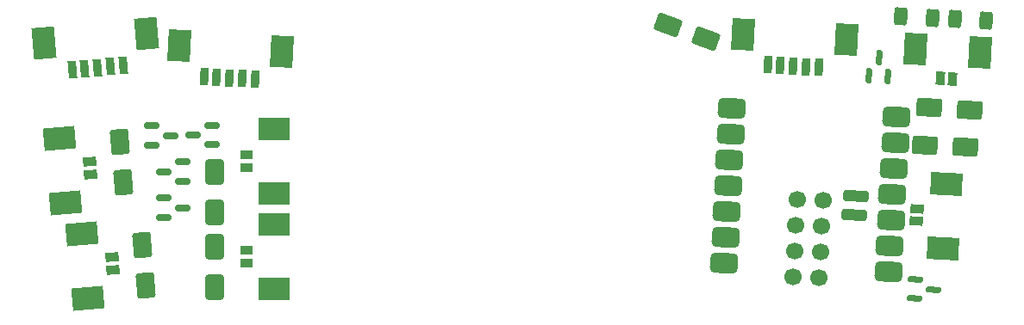
<source format=gbr>
%TF.GenerationSoftware,KiCad,Pcbnew,9.0.1*%
%TF.CreationDate,2025-06-09T02:25:26-04:00*%
%TF.ProjectId,Pneumatactors_1Xiao_3PiezoPumps_6Valves_Curved,506e6575-6d61-4746-9163-746f72735f31,rev?*%
%TF.SameCoordinates,Original*%
%TF.FileFunction,Paste,Top*%
%TF.FilePolarity,Positive*%
%FSLAX46Y46*%
G04 Gerber Fmt 4.6, Leading zero omitted, Abs format (unit mm)*
G04 Created by KiCad (PCBNEW 9.0.1) date 2025-06-09 02:25:26*
%MOMM*%
%LPD*%
G01*
G04 APERTURE LIST*
G04 Aperture macros list*
%AMRoundRect*
0 Rectangle with rounded corners*
0 $1 Rounding radius*
0 $2 $3 $4 $5 $6 $7 $8 $9 X,Y pos of 4 corners*
0 Add a 4 corners polygon primitive as box body*
4,1,4,$2,$3,$4,$5,$6,$7,$8,$9,$2,$3,0*
0 Add four circle primitives for the rounded corners*
1,1,$1+$1,$2,$3*
1,1,$1+$1,$4,$5*
1,1,$1+$1,$6,$7*
1,1,$1+$1,$8,$9*
0 Add four rect primitives between the rounded corners*
20,1,$1+$1,$2,$3,$4,$5,0*
20,1,$1+$1,$4,$5,$6,$7,0*
20,1,$1+$1,$6,$7,$8,$9,0*
20,1,$1+$1,$8,$9,$2,$3,0*%
%AMRotRect*
0 Rectangle, with rotation*
0 The origin of the aperture is its center*
0 $1 length*
0 $2 width*
0 $3 Rotation angle, in degrees counterclockwise*
0 Add horizontal line*
21,1,$1,$2,0,0,$3*%
G04 Aperture macros list end*
%ADD10RoundRect,0.150000X-0.594545X-0.119047X0.578844X-0.180542X0.594545X0.119047X-0.578844X0.180542X0*%
%ADD11RoundRect,0.250000X-0.734682X0.939543X-0.560371X-1.052846X0.734682X-0.939543X0.560371X1.052846X0*%
%ADD12R,1.295400X0.889000*%
%ADD13R,3.098800X2.209800*%
%ADD14RoundRect,0.250000X-0.432162X-0.603209X0.366742X-0.645078X0.432162X0.603209X-0.366742X0.645078X0*%
%ADD15RoundRect,0.500000X0.899969X0.453521X-0.847633X0.545109X-0.899969X-0.453521X0.847633X-0.545109X0*%
%ADD16RoundRect,0.275000X-0.988056X-0.223596X0.959271X-0.325651X0.988056X0.223596X-0.959271X0.325651X0*%
%ADD17C,1.700000*%
%ADD18RoundRect,0.250000X1.162006X0.268780X-0.717380X0.952820X-1.162006X-0.268780X0.717380X-0.952820X0*%
%ADD19RoundRect,0.150000X-0.587500X-0.150000X0.587500X-0.150000X0.587500X0.150000X-0.587500X0.150000X0*%
%ADD20RoundRect,0.250000X1.032648X0.596773X-0.964611X0.701445X-1.032648X-0.596773X0.964611X-0.701445X0*%
%ADD21RotRect,0.812800X1.701800X357.000000*%
%ADD22RotRect,2.209800X3.098800X357.000000*%
%ADD23RotRect,0.889000X1.295400X95.000000*%
%ADD24RotRect,2.209800X3.098800X95.000000*%
%ADD25RoundRect,0.150000X0.587500X0.150000X-0.587500X0.150000X-0.587500X-0.150000X0.587500X-0.150000X0*%
%ADD26RotRect,0.889000X1.295400X357.000000*%
%ADD27RoundRect,0.150000X0.119047X-0.594545X0.180542X0.578844X-0.119047X0.594545X-0.180542X-0.578844X0*%
%ADD28RotRect,0.812800X1.701800X5.000000*%
%ADD29RotRect,2.209800X3.098800X5.000000*%
%ADD30RoundRect,0.250000X0.734682X-0.939543X0.560371X1.052846X-0.734682X0.939543X-0.560371X-1.052846X0*%
%ADD31RoundRect,0.250000X-0.650000X1.000000X-0.650000X-1.000000X0.650000X-1.000000X0.650000X1.000000X0*%
%ADD32RotRect,0.889000X1.295400X267.000000*%
%ADD33RotRect,2.209800X3.098800X267.000000*%
G04 APERTURE END LIST*
D10*
%TO.C,Q2*%
X226876327Y-83408172D03*
X226776889Y-85305568D03*
X228699038Y-84455000D03*
%TD*%
D11*
%TO.C,D6*%
X148748187Y-69889610D03*
X149096813Y-73874390D03*
%TD*%
D12*
%TO.C,J4*%
X161150700Y-72441000D03*
X161150700Y-71191000D03*
D13*
X163900700Y-68641000D03*
X163900700Y-74991000D03*
%TD*%
D14*
%TO.C,R1*%
X225476823Y-57565883D03*
X228572575Y-57728125D03*
%TD*%
D15*
%TO.C,U2*%
X224240799Y-82649525D03*
X224373732Y-80113006D03*
X224506666Y-77576487D03*
X224639599Y-75039968D03*
X224772532Y-72503449D03*
X224905466Y-69966930D03*
X225038399Y-67430411D03*
X208895553Y-66584400D03*
X208762619Y-69120919D03*
X208629686Y-71657438D03*
X208496753Y-74193957D03*
X208363819Y-76730476D03*
X208230886Y-79266995D03*
X208097953Y-81803514D03*
D16*
X221014554Y-75232511D03*
X220914854Y-77134901D03*
D17*
X217412134Y-83305038D03*
X214875615Y-83172105D03*
X217545067Y-80768519D03*
X215008548Y-80635586D03*
X217678000Y-78232000D03*
X215141481Y-78099067D03*
X217810934Y-75695481D03*
X215274415Y-75562548D03*
%TD*%
D18*
%TO.C,D1*%
X206349385Y-59739040D03*
X202590615Y-58370960D03*
%TD*%
D19*
%TO.C,Q3*%
X151873500Y-68326000D03*
X151873500Y-70226000D03*
X153748500Y-69276000D03*
%TD*%
D20*
%TO.C,D2*%
X232265341Y-66746348D03*
X228270823Y-66537004D03*
%TD*%
D21*
%TO.C,J8*%
X217382709Y-62574937D03*
X216134422Y-62509517D03*
X214886135Y-62444097D03*
X213637848Y-62378678D03*
X212389561Y-62313258D03*
D22*
X209994830Y-59283776D03*
X220080989Y-59812369D03*
%TD*%
D20*
%TO.C,D3*%
X231792082Y-70451676D03*
X227797564Y-70242332D03*
%TD*%
D23*
%TO.C,J7*%
X147983733Y-81245433D03*
X148092678Y-82490676D03*
D24*
X145575389Y-85270651D03*
X145021949Y-78944815D03*
%TD*%
D21*
%TO.C,J9*%
X162003684Y-63737360D03*
X160755397Y-63671939D03*
X159507110Y-63606520D03*
X158258823Y-63541099D03*
X157010536Y-63475680D03*
D22*
X154615806Y-60446198D03*
X164701963Y-60974792D03*
%TD*%
D25*
%TO.C,Q6*%
X154940000Y-73782000D03*
X154940000Y-71882000D03*
X153065000Y-72832000D03*
%TD*%
D14*
%TO.C,R2*%
X230763071Y-57819883D03*
X233858823Y-57982125D03*
%TD*%
D25*
%TO.C,Q5*%
X157812500Y-70160000D03*
X157812500Y-68260000D03*
X155937500Y-69210000D03*
%TD*%
D26*
%TO.C,J2*%
X230568514Y-63736779D03*
X229320227Y-63671359D03*
D22*
X226917646Y-60791671D03*
X233258944Y-61124004D03*
%TD*%
D27*
%TO.C,Q1*%
X222309427Y-63389566D03*
X224206823Y-63489004D03*
X223356255Y-61566855D03*
%TD*%
D28*
%TO.C,J10*%
X149047630Y-62365558D03*
X147802387Y-62474502D03*
X146557144Y-62583448D03*
X145311900Y-62692392D03*
X144066656Y-62801337D03*
D29*
X141273609Y-60134620D03*
X151335179Y-59254347D03*
%TD*%
D30*
%TO.C,D7*%
X151304311Y-84034389D03*
X150955689Y-80049611D03*
%TD*%
D31*
%TO.C,D5*%
X158066500Y-80230000D03*
X158066500Y-84230000D03*
%TD*%
D19*
%TO.C,Q4*%
X153065000Y-75438000D03*
X153065000Y-77338000D03*
X154940000Y-76388000D03*
%TD*%
D12*
%TO.C,J5*%
X161150700Y-81839000D03*
X161150700Y-80589000D03*
D13*
X163900700Y-78039000D03*
X163900700Y-84389000D03*
%TD*%
D31*
%TO.C,D4*%
X158066500Y-72864000D03*
X158066500Y-76864000D03*
%TD*%
D32*
%TO.C,J3*%
X227007048Y-77724695D03*
X227072468Y-76476408D03*
D33*
X229952156Y-74073827D03*
X229619823Y-80415125D03*
%TD*%
D23*
%TO.C,J6*%
X145796000Y-71847433D03*
X145904944Y-73092676D03*
D24*
X143387656Y-75872651D03*
X142834216Y-69546815D03*
%TD*%
M02*

</source>
